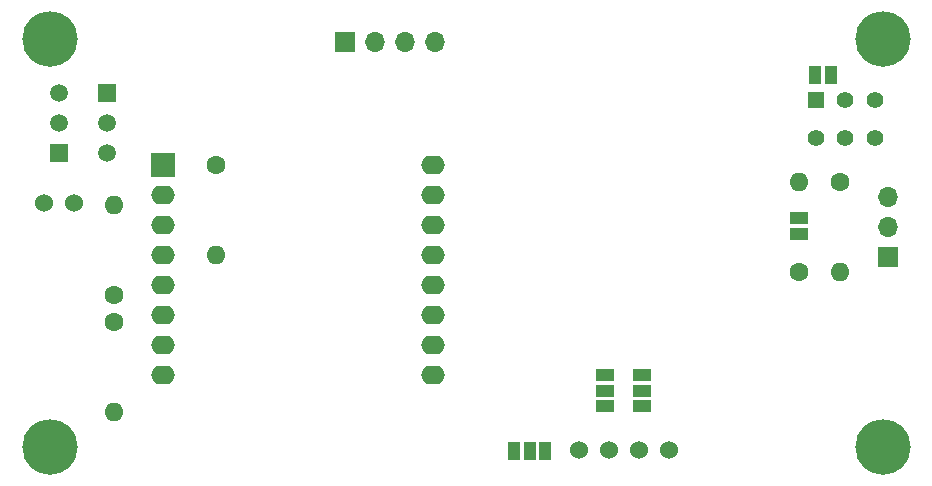
<source format=gbs>
G04 #@! TF.GenerationSoftware,KiCad,Pcbnew,6.0.2+dfsg-1*
G04 #@! TF.CreationDate,2023-06-15T00:09:13-07:00*
G04 #@! TF.ProjectId,DNS-DriveBy,444e532d-4472-4697-9665-42792e6b6963,rev?*
G04 #@! TF.SameCoordinates,Original*
G04 #@! TF.FileFunction,Soldermask,Bot*
G04 #@! TF.FilePolarity,Negative*
%FSLAX46Y46*%
G04 Gerber Fmt 4.6, Leading zero omitted, Abs format (unit mm)*
G04 Created by KiCad (PCBNEW 6.0.2+dfsg-1) date 2023-06-15 00:09:13*
%MOMM*%
%LPD*%
G01*
G04 APERTURE LIST*
%ADD10C,4.700000*%
%ADD11C,1.600000*%
%ADD12O,1.600000X1.600000*%
%ADD13R,1.500000X1.500000*%
%ADD14C,1.500000*%
%ADD15R,1.700000X1.700000*%
%ADD16O,1.700000X1.700000*%
%ADD17C,1.524000*%
%ADD18R,2.000000X2.000000*%
%ADD19O,2.000000X1.600000*%
%ADD20R,1.400000X1.400000*%
%ADD21C,1.400000*%
%ADD22R,1.500000X1.000000*%
%ADD23R,1.000000X1.500000*%
G04 APERTURE END LIST*
D10*
X3500000Y-3500000D03*
D11*
X8890000Y-25146000D03*
D12*
X8890000Y-17526000D03*
D13*
X4260000Y-13167200D03*
D14*
X4260000Y-10627200D03*
X4260000Y-8087200D03*
D11*
X70379000Y-15575000D03*
D12*
X70379000Y-23195000D03*
D15*
X28500000Y-3750000D03*
D16*
X31040000Y-3750000D03*
X33580000Y-3750000D03*
X36120000Y-3750000D03*
D17*
X48260000Y-38301200D03*
X50800000Y-38301200D03*
X53340000Y-38301200D03*
X55880000Y-38301200D03*
D18*
X13081000Y-14173200D03*
D19*
X13081000Y-16713200D03*
X13081000Y-19253200D03*
X13081000Y-21793200D03*
X13081000Y-24333200D03*
X13081000Y-26873200D03*
X13081000Y-29413200D03*
X13081000Y-31953200D03*
X35941000Y-31953200D03*
X35941000Y-29413200D03*
X35941000Y-26873200D03*
X35941000Y-24333200D03*
X35941000Y-21793200D03*
X35941000Y-19253200D03*
X35941000Y-16713200D03*
X35941000Y-14173200D03*
D11*
X17580200Y-14178200D03*
D12*
X17580200Y-21798200D03*
D10*
X74000000Y-3500000D03*
D15*
X74479000Y-21975000D03*
D16*
X74479000Y-19435000D03*
X74479000Y-16895000D03*
D20*
X68331500Y-8607800D03*
D21*
X70831500Y-8607800D03*
X73331500Y-8607800D03*
X68331500Y-11907800D03*
X70831500Y-11907800D03*
X73331500Y-11907800D03*
D11*
X66950000Y-23195000D03*
D12*
X66950000Y-15575000D03*
D11*
X8890000Y-27432000D03*
D12*
X8890000Y-35052000D03*
D17*
X5570000Y-17410400D03*
X3030000Y-17410400D03*
D13*
X8287600Y-8067200D03*
D14*
X8287600Y-10607200D03*
X8287600Y-13147200D03*
D10*
X74000000Y-38000000D03*
X3500000Y-38000000D03*
D22*
X50507500Y-31950000D03*
X50507500Y-33250000D03*
X50507500Y-34550000D03*
X66955200Y-19963200D03*
X66955200Y-18663200D03*
D23*
X42830200Y-38363200D03*
X44130200Y-38363200D03*
X45430200Y-38363200D03*
D22*
X53657500Y-31950000D03*
X53657500Y-33250000D03*
X53657500Y-34550000D03*
D23*
X68305200Y-6563200D03*
X69605200Y-6563200D03*
M02*

</source>
